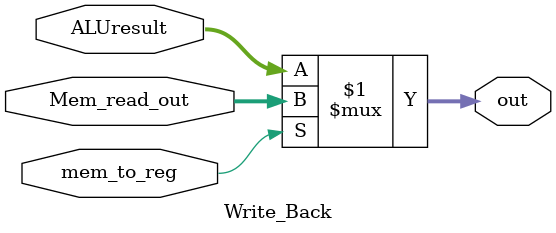
<source format=v>
`timescale 1ns / 1ps

module Write_Back(mem_to_reg,Mem_read_out,ALUresult,out);

input mem_to_reg;
input [31:0]Mem_read_out,ALUresult;
output [31:0]out;

assign out = mem_to_reg ? Mem_read_out : ALUresult;
endmodule
</source>
